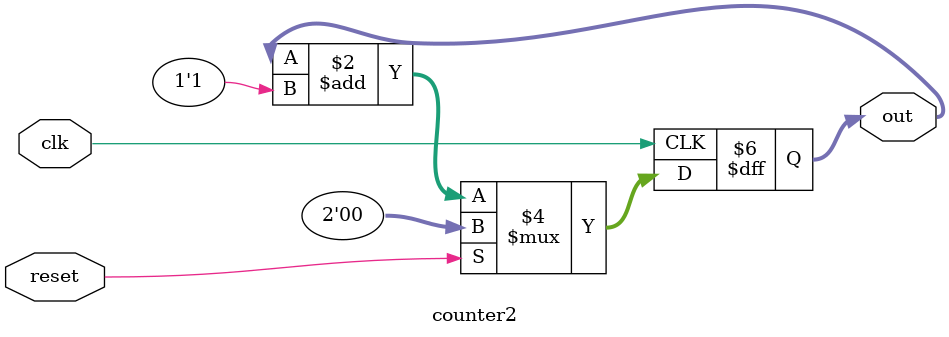
<source format=v>
`timescale 1ns / 1ps


module counter2(clk, reset, out);
    input clk, reset;
    output [1:0]out;
    reg [1:0]out;
    
    always @(posedge clk)  //ÉÏÉýÑØÓÐÐ§
      begin
        if(reset)  //ÖÃÁãÐÅºÅ
          out<=0;
        else
        out<=out+1'b1;
      end
endmodule

</source>
